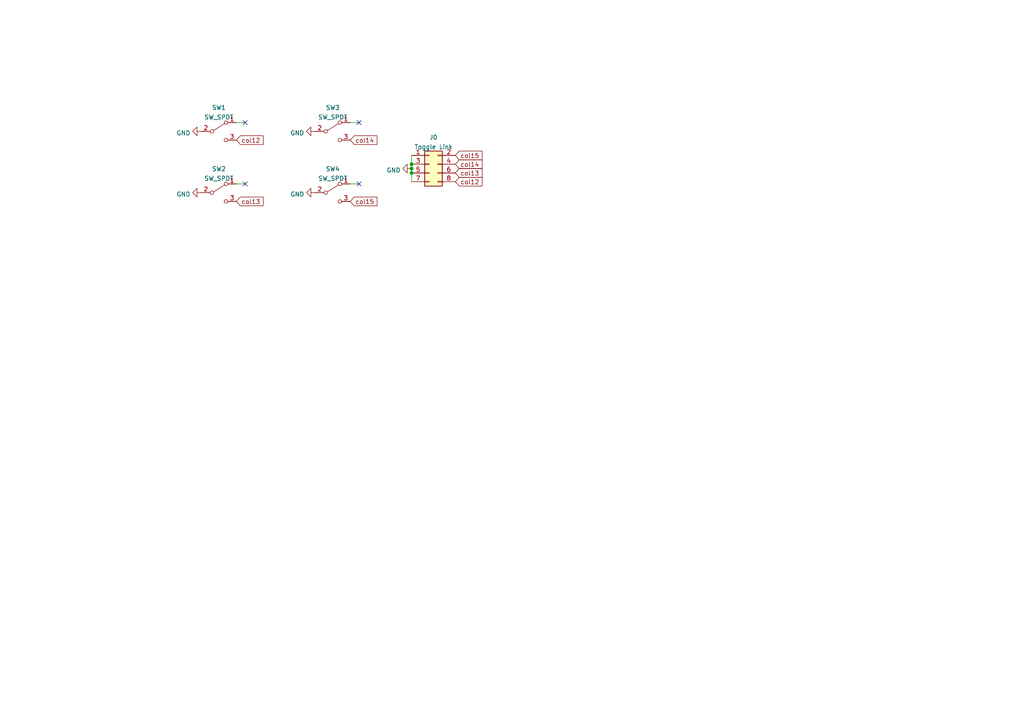
<source format=kicad_sch>
(kicad_sch (version 20211123) (generator eeschema)
  (paper "A4")
  (lib_symbols
    (symbol "Connector_Generic:Conn_02x04_Odd_Even" (pin_names (offset 1.016) hide)
      (property "Reference" "J" (at 1.27 5.08 0))
      (property "Value" "Conn_02x04_Odd_Even" (at 1.27 -7.62 0))
      (symbol "Conn_02x04_Odd_Even_1_1"
        (rectangle (start -1.27 -4.953) (end 0 -5.207) (stroke (width 0.1524)))
        (rectangle (start -1.27 -2.413) (end 0 -2.667) (stroke (width 0.1524)))
        (rectangle (start -1.27 0.127) (end 0 -0.127) (stroke (width 0.1524)))
        (rectangle (start -1.27 2.667) (end 0 2.413) (stroke (width 0.1524)))
        (rectangle (start -1.27 3.81) (end 3.81 -6.35) (stroke (width 0.254)) (fill (type background)))
        (rectangle (start 3.81 -4.953) (end 2.54 -5.207) (stroke (width 0.1524)))
        (rectangle (start 3.81 -2.413) (end 2.54 -2.667) (stroke (width 0.1524)))
        (rectangle (start 3.81 0.127) (end 2.54 -0.127) (stroke (width 0.1524)))
        (rectangle (start 3.81 2.667) (end 2.54 2.413) (stroke (width 0.1524)))
        (pin passive line (at -5.08 2.54 0) (length 3.81) (name "Pin_1") (number "1"))
        (pin passive line (at 7.62 2.54 180) (length 3.81) (name "Pin_2") (number "2"))
        (pin passive line (at -5.08 0 0) (length 3.81) (name "Pin_3") (number "3"))
        (pin passive line (at 7.62 0 180) (length 3.81) (name "Pin_4") (number "4"))
        (pin passive line (at -5.08 -2.54 0) (length 3.81) (name "Pin_5") (number "5"))
        (pin passive line (at 7.62 -2.54 180) (length 3.81) (name "Pin_6") (number "6"))
        (pin passive line (at -5.08 -5.08 0) (length 3.81) (name "Pin_7") (number "7"))
        (pin passive line (at 7.62 -5.08 180) (length 3.81) (name "Pin_8") (number "8"))
      )
    )
    (symbol "Switch:SW_SPDT" (pin_names (offset 0) hide)
      (property "Reference" "SW" (at 0 4.318 0))
      (property "Value" "SW_SPDT" (at 0 -5.08 0))
      (symbol "SW_SPDT_0_0"
        (circle (center -2.032 0) (radius 0.508))
        (circle (center 2.032 -2.54) (radius 0.508))
      )
      (symbol "SW_SPDT_0_1"
        (polyline (pts (xy -1.524 0.254) (xy 1.651 2.286)))
        (circle (center 2.032 2.54) (radius 0.508))
      )
      (symbol "SW_SPDT_1_1"
        (pin passive line (at 5.08 2.54 180) (length 2.54) (name "A") (number "1"))
        (pin passive line (at -5.08 0 0) (length 2.54) (name "B") (number "2"))
        (pin passive line (at 5.08 -2.54 180) (length 2.54) (name "C") (number "3"))
      )
    )
    (symbol "power:GND" (power) (pin_names (offset 0))
      (property "Value" "GND" (at 0 -3.81 0))
      (symbol "GND_0_1"
        (polyline (pts (xy 0 0) (xy 0 -1.27) (xy 1.27 -1.27) (xy 0 -2.54) (xy -1.27 -1.27) (xy 0 -1.27)))
      )
      (symbol "GND_1_1"
        (pin power_in line (at 0 0 270) (length 0) hide (name "GND") (number "1"))
      )
    )
  )
  (junction (at 119.38 48.895))
  (junction (at 119.38 50.165))
  (junction (at 119.38 47.625))
  (no_connect (at 104.14 35.56))
  (no_connect (at 71.12 35.56))
  (no_connect (at 71.12 53.34))
  (no_connect (at 104.14 53.34))
  (wire (pts (xy 68.58 35.56) (xy 71.12 35.56)))
  (wire (pts (xy 119.38 50.165) (xy 119.38 52.705)))
  (wire (pts (xy 119.38 48.895) (xy 119.38 50.165)))
  (wire (pts (xy 68.58 53.34) (xy 71.12 53.34)))
  (wire (pts (xy 119.38 45.085) (xy 119.38 47.625)))
  (wire (pts (xy 101.6 53.34) (xy 104.14 53.34)))
  (wire (pts (xy 101.6 35.56) (xy 104.14 35.56)))
  (wire (pts (xy 119.38 47.625) (xy 119.38 48.895)))
  (global_label "col15" (shape input) (at 132.08 45.085 0) (property "Intersheet References" "${INTERSHEET_REFS}" (effects hide)))
  (global_label "col13" (shape input) (at 132.08 50.165 0) (property "Intersheet References" "${INTERSHEET_REFS}" (effects hide)))
  (global_label "col12" (shape input) (at 132.08 52.705 0) (property "Intersheet References" "${INTERSHEET_REFS}" (effects hide)))
  (global_label "col14" (shape input) (at 101.6 40.64 0) (property "Intersheet References" "${INTERSHEET_REFS}" (effects hide)))
  (global_label "col13" (shape input) (at 68.58 58.42 0) (property "Intersheet References" "${INTERSHEET_REFS}" (effects hide)))
  (global_label "col12" (shape input) (at 68.58 40.64 0) (property "Intersheet References" "${INTERSHEET_REFS}" (effects hide)))
  (global_label "col15" (shape input) (at 101.6 58.42 0) (property "Intersheet References" "${INTERSHEET_REFS}" (effects hide)))
  (global_label "col14" (shape input) (at 132.08 47.625 0) (property "Intersheet References" "${INTERSHEET_REFS}" (effects hide)))
  (symbol (lib_id "power:GND") (at 58.42 38.1 270) (unit 1)
    (property "Reference" "#PWR?" (effects hide))
    (property "Value" "GND" (at 55.2451 38.579 90) (effects (justify right)))
  )
  (symbol (lib_id "Connector_Generic:Conn_02x04_Odd_Even") (at 124.46 47.625 0) (unit 1)
    (property "Reference" "J0" (at 125.73 39.8485 0))
    (property "Value" "Toggle Link" (at 125.73 42.6236 0))
    (property "Footprint" "Connector_PinHeader_2.54mm:PinHeader_2x04_P2.54mm_Vertical" (effects hide))
  )
  (symbol (lib_id "power:GND") (at 91.44 38.1 270) (unit 1)
    (property "Reference" "#PWR?" (effects hide))
    (property "Value" "GND" (at 88.2651 38.579 90) (effects (justify right)))
  )
  (symbol (lib_id "power:GND") (at 91.44 55.88 270) (unit 1)
    (property "Reference" "#PWR?" (effects hide))
    (property "Value" "GND" (at 88.2651 56.359 90) (effects (justify right)))
  )
  (symbol (lib_id "power:GND") (at 119.38 48.895 270) (unit 1)
    (property "Reference" "#PWR?" (effects hide))
    (property "Value" "GND" (at 116.2051 49.374 90) (effects (justify right)))
  )
  (symbol (lib_id "Switch:SW_SPDT") (at 63.5 55.88 0) (unit 1)
    (property "Reference" "SW2" (at 63.5 48.9925 0))
    (property "Value" "SW_SPDT" (at 63.5 51.7676 0))
    (property "Footprint" "EDI:T8013-Z1BQ" (effects hide))
  )
  (symbol (lib_id "Switch:SW_SPDT") (at 96.52 38.1 0) (unit 1)
    (property "Reference" "SW3" (at 96.52 31.2125 0))
    (property "Value" "SW_SPDT" (at 96.52 33.9876 0))
    (property "Footprint" "EDI:T8013-Z1BQ" (effects hide))
  )
  (symbol (lib_id "power:GND") (at 58.42 55.88 270) (unit 1)
    (property "Reference" "#PWR?" (effects hide))
    (property "Value" "GND" (at 55.2451 56.359 90) (effects (justify right)))
  )
  (symbol (lib_id "Switch:SW_SPDT") (at 63.5 38.1 0) (unit 1)
    (property "Reference" "SW1" (at 63.5 31.2125 0))
    (property "Value" "SW_SPDT" (at 63.5 33.9876 0))
    (property "Footprint" "EDI:T8013-Z1BQ" (effects hide))
  )
  (symbol (lib_id "Switch:SW_SPDT") (at 96.52 55.88 0) (unit 1)
    (property "Reference" "SW4" (at 96.52 48.9925 0))
    (property "Value" "SW_SPDT" (at 96.52 51.7676 0))
    (property "Footprint" "EDI:T8013-Z1BQ" (effects hide))
  )
)
</source>
